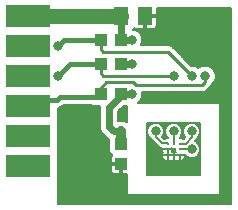
<source format=gtl>
G75*
%MOIN*%
%OFA0B0*%
%FSLAX25Y25*%
%IPPOS*%
%LPD*%
%AMOC8*
5,1,8,0,0,1.08239X$1,22.5*
%
%ADD10R,0.05118X0.06299*%
%ADD11R,0.04252X0.04134*%
%ADD12R,0.15000X0.07600*%
%ADD13C,0.01200*%
%ADD14R,0.03937X0.04331*%
%ADD15C,0.00600*%
%ADD16C,0.00100*%
%ADD17C,0.03175*%
%ADD18C,0.03200*%
%ADD19C,0.02400*%
%ADD20C,0.05000*%
%ADD21C,0.01000*%
%ADD22C,0.01600*%
D10*
X0051563Y0066800D03*
X0059437Y0066800D03*
D11*
X0051500Y0024245D03*
X0051500Y0017355D03*
D12*
X0020500Y0016800D03*
X0020500Y0026800D03*
X0020500Y0036800D03*
X0020500Y0046800D03*
X0020500Y0056800D03*
X0020500Y0066800D03*
D13*
X0067031Y0024269D03*
X0067031Y0022300D03*
X0069000Y0024269D03*
X0070969Y0024269D03*
X0070969Y0022300D03*
X0070969Y0020331D03*
X0069000Y0020331D03*
X0067031Y0020331D03*
D14*
X0051346Y0040800D03*
X0044654Y0040800D03*
X0044654Y0050800D03*
X0051346Y0050800D03*
X0051346Y0058800D03*
X0044654Y0058800D03*
D15*
X0055446Y0062287D02*
X0055924Y0062766D01*
X0056080Y0062610D01*
X0056376Y0062439D01*
X0056707Y0062350D01*
X0059137Y0062350D01*
X0059137Y0066500D01*
X0059737Y0066500D01*
X0059737Y0067100D01*
X0063296Y0067100D01*
X0063296Y0069500D01*
X0088200Y0069500D01*
X0088200Y0004100D01*
X0030500Y0004100D01*
X0030500Y0036100D01*
X0030537Y0036100D01*
X0031529Y0036511D01*
X0032118Y0037100D01*
X0041533Y0037100D01*
X0041898Y0036735D01*
X0044400Y0036735D01*
X0044400Y0029183D01*
X0044872Y0028044D01*
X0045744Y0027172D01*
X0047244Y0025672D01*
X0047474Y0025577D01*
X0047474Y0021391D01*
X0048489Y0020376D01*
X0048334Y0020220D01*
X0048163Y0019924D01*
X0048074Y0019593D01*
X0048074Y0017655D01*
X0051200Y0017655D01*
X0051200Y0017055D01*
X0051800Y0017055D01*
X0051800Y0013988D01*
X0053400Y0013988D01*
X0053400Y0007551D01*
X0053751Y0007200D01*
X0084249Y0007200D01*
X0084600Y0007551D01*
X0084600Y0037549D01*
X0084249Y0037900D01*
X0057032Y0037900D01*
X0057956Y0038825D01*
X0058487Y0040106D01*
X0058487Y0041400D01*
X0078977Y0041400D01*
X0079859Y0041765D01*
X0080535Y0042441D01*
X0081535Y0043441D01*
X0081861Y0044229D01*
X0082456Y0044825D01*
X0082987Y0046106D01*
X0082987Y0047494D01*
X0082456Y0048775D01*
X0081475Y0049756D01*
X0080194Y0050287D01*
X0078806Y0050287D01*
X0077525Y0049756D01*
X0077250Y0049482D01*
X0076975Y0049756D01*
X0075694Y0050287D01*
X0074907Y0050287D01*
X0069035Y0056159D01*
X0068359Y0056835D01*
X0067477Y0057200D01*
X0058112Y0057200D01*
X0058487Y0058106D01*
X0058487Y0059494D01*
X0057956Y0060775D01*
X0056975Y0061756D01*
X0055694Y0062287D01*
X0055446Y0062287D01*
X0055785Y0062250D02*
X0088200Y0062250D01*
X0088200Y0062848D02*
X0063032Y0062848D01*
X0063036Y0062852D02*
X0063207Y0063149D01*
X0063296Y0063479D01*
X0063296Y0066500D01*
X0059737Y0066500D01*
X0059737Y0062350D01*
X0062167Y0062350D01*
X0062498Y0062439D01*
X0062794Y0062610D01*
X0063036Y0062852D01*
X0063287Y0063447D02*
X0088200Y0063447D01*
X0088200Y0064045D02*
X0063296Y0064045D01*
X0063296Y0064644D02*
X0088200Y0064644D01*
X0088200Y0065242D02*
X0063296Y0065242D01*
X0063296Y0065841D02*
X0088200Y0065841D01*
X0088200Y0066439D02*
X0063296Y0066439D01*
X0063296Y0067636D02*
X0088200Y0067636D01*
X0088200Y0067038D02*
X0059737Y0067038D01*
X0059737Y0066439D02*
X0059137Y0066439D01*
X0059137Y0065841D02*
X0059737Y0065841D01*
X0059737Y0065242D02*
X0059137Y0065242D01*
X0059137Y0064644D02*
X0059737Y0064644D01*
X0059737Y0064045D02*
X0059137Y0064045D01*
X0059137Y0063447D02*
X0059737Y0063447D01*
X0059737Y0062848D02*
X0059137Y0062848D01*
X0057679Y0061053D02*
X0088200Y0061053D01*
X0088200Y0061651D02*
X0057081Y0061651D01*
X0058090Y0060454D02*
X0088200Y0060454D01*
X0088200Y0059856D02*
X0058337Y0059856D01*
X0058487Y0059257D02*
X0088200Y0059257D01*
X0088200Y0058659D02*
X0058487Y0058659D01*
X0058468Y0058060D02*
X0088200Y0058060D01*
X0088200Y0057462D02*
X0058220Y0057462D01*
X0068291Y0056863D02*
X0088200Y0056863D01*
X0088200Y0056265D02*
X0068930Y0056265D01*
X0069528Y0055666D02*
X0088200Y0055666D01*
X0088200Y0055068D02*
X0070127Y0055068D01*
X0070725Y0054469D02*
X0088200Y0054469D01*
X0088200Y0053870D02*
X0071324Y0053870D01*
X0071922Y0053272D02*
X0088200Y0053272D01*
X0088200Y0052673D02*
X0072521Y0052673D01*
X0073119Y0052075D02*
X0088200Y0052075D01*
X0088200Y0051476D02*
X0073718Y0051476D01*
X0074316Y0050878D02*
X0088200Y0050878D01*
X0088200Y0050279D02*
X0080213Y0050279D01*
X0078787Y0050279D02*
X0075713Y0050279D01*
X0077051Y0049681D02*
X0077449Y0049681D01*
X0081551Y0049681D02*
X0088200Y0049681D01*
X0088200Y0049082D02*
X0082150Y0049082D01*
X0082577Y0048484D02*
X0088200Y0048484D01*
X0088200Y0047885D02*
X0082825Y0047885D01*
X0082987Y0047287D02*
X0088200Y0047287D01*
X0088200Y0046688D02*
X0082987Y0046688D01*
X0082981Y0046090D02*
X0088200Y0046090D01*
X0088200Y0045491D02*
X0082733Y0045491D01*
X0082485Y0044893D02*
X0088200Y0044893D01*
X0088200Y0044294D02*
X0081926Y0044294D01*
X0081640Y0043696D02*
X0088200Y0043696D01*
X0088200Y0043097D02*
X0081191Y0043097D01*
X0080593Y0042499D02*
X0088200Y0042499D01*
X0088200Y0041900D02*
X0079994Y0041900D01*
X0080535Y0042441D02*
X0080535Y0042441D01*
X0084438Y0037711D02*
X0088200Y0037711D01*
X0088200Y0038309D02*
X0057441Y0038309D01*
X0057991Y0038908D02*
X0088200Y0038908D01*
X0088200Y0039506D02*
X0058239Y0039506D01*
X0058487Y0040105D02*
X0088200Y0040105D01*
X0088200Y0040703D02*
X0058487Y0040703D01*
X0058487Y0041302D02*
X0088200Y0041302D01*
X0088200Y0037112D02*
X0084600Y0037112D01*
X0084600Y0036514D02*
X0088200Y0036514D01*
X0088200Y0035915D02*
X0084600Y0035915D01*
X0084600Y0035317D02*
X0088200Y0035317D01*
X0088200Y0034718D02*
X0084600Y0034718D01*
X0084600Y0034120D02*
X0088200Y0034120D01*
X0088200Y0033521D02*
X0084600Y0033521D01*
X0084600Y0032923D02*
X0088200Y0032923D01*
X0088200Y0032324D02*
X0084600Y0032324D01*
X0084600Y0031726D02*
X0088200Y0031726D01*
X0088200Y0031127D02*
X0084600Y0031127D01*
X0084600Y0030529D02*
X0088200Y0030529D01*
X0088200Y0029930D02*
X0084600Y0029930D01*
X0084600Y0029332D02*
X0088200Y0029332D01*
X0088200Y0028733D02*
X0084600Y0028733D01*
X0084600Y0028134D02*
X0088200Y0028134D01*
X0088200Y0027536D02*
X0084600Y0027536D01*
X0084600Y0026937D02*
X0088200Y0026937D01*
X0088200Y0026339D02*
X0084600Y0026339D01*
X0084600Y0025740D02*
X0088200Y0025740D01*
X0088200Y0025142D02*
X0084600Y0025142D01*
X0084600Y0024543D02*
X0088200Y0024543D01*
X0088200Y0023945D02*
X0084600Y0023945D01*
X0084600Y0023346D02*
X0088200Y0023346D01*
X0088200Y0022748D02*
X0084600Y0022748D01*
X0084600Y0022149D02*
X0088200Y0022149D01*
X0088200Y0021551D02*
X0084600Y0021551D01*
X0084600Y0020952D02*
X0088200Y0020952D01*
X0088200Y0020354D02*
X0084600Y0020354D01*
X0084600Y0019755D02*
X0088200Y0019755D01*
X0088200Y0019157D02*
X0084600Y0019157D01*
X0084600Y0018558D02*
X0088200Y0018558D01*
X0088200Y0017960D02*
X0084600Y0017960D01*
X0084600Y0017361D02*
X0088200Y0017361D01*
X0088200Y0016763D02*
X0084600Y0016763D01*
X0084600Y0016164D02*
X0088200Y0016164D01*
X0088200Y0015566D02*
X0084600Y0015566D01*
X0084600Y0014967D02*
X0088200Y0014967D01*
X0088200Y0014369D02*
X0084600Y0014369D01*
X0084600Y0013770D02*
X0088200Y0013770D01*
X0088200Y0013172D02*
X0084600Y0013172D01*
X0084600Y0012573D02*
X0088200Y0012573D01*
X0088200Y0011975D02*
X0084600Y0011975D01*
X0084600Y0011376D02*
X0088200Y0011376D01*
X0088200Y0010778D02*
X0084600Y0010778D01*
X0084600Y0010179D02*
X0088200Y0010179D01*
X0088200Y0009581D02*
X0084600Y0009581D01*
X0084600Y0008982D02*
X0088200Y0008982D01*
X0088200Y0008384D02*
X0084600Y0008384D01*
X0084600Y0007785D02*
X0088200Y0007785D01*
X0088200Y0007187D02*
X0030500Y0007187D01*
X0030500Y0007785D02*
X0053400Y0007785D01*
X0053400Y0008384D02*
X0030500Y0008384D01*
X0030500Y0008982D02*
X0053400Y0008982D01*
X0053400Y0009581D02*
X0030500Y0009581D01*
X0030500Y0010179D02*
X0053400Y0010179D01*
X0053400Y0010778D02*
X0030500Y0010778D01*
X0030500Y0011376D02*
X0053400Y0011376D01*
X0053400Y0011975D02*
X0030500Y0011975D01*
X0030500Y0012573D02*
X0053400Y0012573D01*
X0053400Y0013172D02*
X0030500Y0013172D01*
X0030500Y0013770D02*
X0053400Y0013770D01*
X0051800Y0014369D02*
X0051200Y0014369D01*
X0051200Y0013988D02*
X0051200Y0017055D01*
X0048074Y0017055D01*
X0048074Y0015117D01*
X0048163Y0014786D01*
X0048334Y0014490D01*
X0048576Y0014248D01*
X0048872Y0014077D01*
X0049203Y0013988D01*
X0051200Y0013988D01*
X0051200Y0014967D02*
X0051800Y0014967D01*
X0051800Y0015566D02*
X0051200Y0015566D01*
X0051200Y0016164D02*
X0051800Y0016164D01*
X0051800Y0016763D02*
X0051200Y0016763D01*
X0051200Y0017361D02*
X0030500Y0017361D01*
X0030500Y0016763D02*
X0048074Y0016763D01*
X0048074Y0016164D02*
X0030500Y0016164D01*
X0030500Y0015566D02*
X0048074Y0015566D01*
X0048114Y0014967D02*
X0030500Y0014967D01*
X0030500Y0014369D02*
X0048455Y0014369D01*
X0048074Y0017960D02*
X0030500Y0017960D01*
X0030500Y0018558D02*
X0048074Y0018558D01*
X0048074Y0019157D02*
X0030500Y0019157D01*
X0030500Y0019755D02*
X0048117Y0019755D01*
X0048467Y0020354D02*
X0030500Y0020354D01*
X0030500Y0020952D02*
X0047913Y0020952D01*
X0047474Y0021551D02*
X0030500Y0021551D01*
X0030500Y0022149D02*
X0047474Y0022149D01*
X0047474Y0022748D02*
X0030500Y0022748D01*
X0030500Y0023346D02*
X0047474Y0023346D01*
X0047474Y0023945D02*
X0030500Y0023945D01*
X0030500Y0024543D02*
X0047474Y0024543D01*
X0047474Y0025142D02*
X0030500Y0025142D01*
X0030500Y0025740D02*
X0047175Y0025740D01*
X0046577Y0026339D02*
X0030500Y0026339D01*
X0030500Y0026937D02*
X0045978Y0026937D01*
X0045744Y0027172D02*
X0045744Y0027172D01*
X0045380Y0027536D02*
X0030500Y0027536D01*
X0030500Y0028134D02*
X0044834Y0028134D01*
X0044587Y0028733D02*
X0030500Y0028733D01*
X0030500Y0029332D02*
X0044400Y0029332D01*
X0044400Y0029930D02*
X0030500Y0029930D01*
X0030500Y0030529D02*
X0044400Y0030529D01*
X0044400Y0031127D02*
X0030500Y0031127D01*
X0030500Y0031726D02*
X0044400Y0031726D01*
X0044400Y0032324D02*
X0030500Y0032324D01*
X0030500Y0032923D02*
X0044400Y0032923D01*
X0044400Y0033521D02*
X0030500Y0033521D01*
X0030500Y0034120D02*
X0044400Y0034120D01*
X0044400Y0034718D02*
X0030500Y0034718D01*
X0030500Y0035317D02*
X0044400Y0035317D01*
X0044400Y0035915D02*
X0030500Y0035915D01*
X0031532Y0036514D02*
X0044400Y0036514D01*
X0050600Y0035016D02*
X0050600Y0031716D01*
X0050804Y0031800D01*
X0052196Y0031800D01*
X0053400Y0031301D01*
X0053400Y0036735D01*
X0052319Y0036735D01*
X0050600Y0035016D01*
X0050600Y0034718D02*
X0053400Y0034718D01*
X0053400Y0034120D02*
X0050600Y0034120D01*
X0050600Y0033521D02*
X0053400Y0033521D01*
X0053400Y0032923D02*
X0050600Y0032923D01*
X0050600Y0032324D02*
X0053400Y0032324D01*
X0053400Y0031726D02*
X0052376Y0031726D01*
X0050624Y0031726D02*
X0050600Y0031726D01*
X0050901Y0035317D02*
X0053400Y0035317D01*
X0053400Y0035915D02*
X0051499Y0035915D01*
X0052098Y0036514D02*
X0053400Y0036514D01*
X0060100Y0031200D02*
X0077900Y0031200D01*
X0077900Y0013900D01*
X0077900Y0020268D01*
X0076975Y0019344D01*
X0075694Y0018813D01*
X0074306Y0018813D01*
X0073025Y0019344D01*
X0072746Y0019623D01*
X0072739Y0019598D01*
X0072489Y0019165D01*
X0072135Y0018811D01*
X0071702Y0018561D01*
X0071219Y0018431D01*
X0070969Y0018431D01*
X0070969Y0019800D01*
X0070968Y0019800D01*
X0070968Y0018431D01*
X0070718Y0018431D01*
X0070235Y0018561D01*
X0069984Y0018706D01*
X0069733Y0018561D01*
X0069250Y0018431D01*
X0069000Y0018431D01*
X0069000Y0020331D01*
X0069000Y0020331D01*
X0069000Y0018431D01*
X0069250Y0018431D01*
X0069733Y0018561D01*
X0069984Y0018706D01*
X0070235Y0018561D01*
X0070718Y0018431D01*
X0070968Y0018431D01*
X0070968Y0020331D01*
X0070969Y0020331D01*
X0070969Y0020332D01*
X0072868Y0020332D01*
X0072868Y0020348D01*
X0073364Y0019852D01*
X0074426Y0019413D01*
X0075574Y0019413D01*
X0076636Y0019852D01*
X0077448Y0020664D01*
X0077887Y0021726D01*
X0077887Y0022874D01*
X0077448Y0023936D01*
X0076636Y0024748D01*
X0075981Y0025019D01*
X0076600Y0025637D01*
X0076600Y0025837D01*
X0076636Y0025852D01*
X0077448Y0026664D01*
X0077887Y0027726D01*
X0077887Y0028874D01*
X0077448Y0029936D01*
X0076636Y0030748D01*
X0075574Y0031187D01*
X0074426Y0031187D01*
X0073364Y0030748D01*
X0072552Y0029936D01*
X0072113Y0028874D01*
X0072113Y0027726D01*
X0072552Y0026664D01*
X0072827Y0026390D01*
X0072306Y0025868D01*
X0072055Y0025868D01*
X0071755Y0026168D01*
X0070952Y0026168D01*
X0071448Y0026664D01*
X0071887Y0027726D01*
X0071887Y0028874D01*
X0071448Y0029936D01*
X0070636Y0030748D01*
X0069574Y0031187D01*
X0068426Y0031187D01*
X0067364Y0030748D01*
X0066552Y0029936D01*
X0066113Y0028874D01*
X0066113Y0027726D01*
X0066552Y0026664D01*
X0067048Y0026168D01*
X0066244Y0026168D01*
X0065976Y0025900D01*
X0065663Y0025900D01*
X0065173Y0026390D01*
X0065448Y0026664D01*
X0065887Y0027726D01*
X0065887Y0028874D01*
X0065448Y0029936D01*
X0064636Y0030748D01*
X0063574Y0031187D01*
X0062426Y0031187D01*
X0061364Y0030748D01*
X0060552Y0029936D01*
X0060113Y0028874D01*
X0060113Y0027726D01*
X0060552Y0026664D01*
X0061364Y0025852D01*
X0061400Y0025837D01*
X0061400Y0025637D01*
X0062337Y0024700D01*
X0064337Y0022700D01*
X0065172Y0022700D01*
X0065131Y0022550D01*
X0065131Y0022300D01*
X0065131Y0022050D01*
X0065261Y0021567D01*
X0065406Y0021316D01*
X0065261Y0021065D01*
X0065131Y0020582D01*
X0065131Y0020332D01*
X0067031Y0020332D01*
X0067031Y0021769D01*
X0067032Y0021769D01*
X0067032Y0020400D01*
X0067032Y0020332D01*
X0067031Y0020332D01*
X0067031Y0022300D01*
X0065131Y0022300D01*
X0067031Y0022300D01*
X0067031Y0022300D01*
X0067032Y0022300D01*
X0068931Y0022300D01*
X0068931Y0022369D01*
X0069069Y0022369D01*
X0069069Y0022231D01*
X0069000Y0022231D01*
X0069000Y0020332D01*
X0069000Y0022231D01*
X0068931Y0022231D01*
X0068931Y0022300D01*
X0067032Y0022300D01*
X0067032Y0022300D01*
X0067032Y0020400D01*
X0067032Y0020332D01*
X0069000Y0020332D01*
X0069000Y0020332D01*
X0069000Y0020331D01*
X0069000Y0018431D01*
X0068750Y0018431D01*
X0068267Y0018561D01*
X0068016Y0018706D01*
X0067765Y0018561D01*
X0067282Y0018431D01*
X0067032Y0018431D01*
X0067032Y0020331D01*
X0067032Y0020332D01*
X0067031Y0020332D01*
X0067031Y0020331D01*
X0067032Y0020331D01*
X0067100Y0020331D01*
X0069000Y0020331D01*
X0069000Y0020331D01*
X0069000Y0018431D01*
X0068750Y0018431D01*
X0068267Y0018561D01*
X0068016Y0018706D01*
X0067765Y0018561D01*
X0067282Y0018431D01*
X0067032Y0018431D01*
X0067032Y0020331D01*
X0067032Y0020332D01*
X0069000Y0020332D01*
X0069000Y0020331D01*
X0067100Y0020331D01*
X0067032Y0020331D01*
X0067031Y0020331D01*
X0067031Y0018431D01*
X0066781Y0018431D01*
X0066298Y0018561D01*
X0065865Y0018811D01*
X0065511Y0019165D01*
X0065261Y0019598D01*
X0065131Y0020081D01*
X0065131Y0020331D01*
X0067031Y0020331D01*
X0067031Y0018431D01*
X0066781Y0018431D01*
X0066298Y0018561D01*
X0065865Y0018811D01*
X0065511Y0019165D01*
X0065261Y0019598D01*
X0065131Y0020081D01*
X0065131Y0020331D01*
X0067031Y0020331D01*
X0067031Y0020332D01*
X0065131Y0020332D01*
X0065131Y0020582D01*
X0065261Y0021065D01*
X0065406Y0021316D01*
X0065261Y0021567D01*
X0065131Y0022050D01*
X0065131Y0022100D01*
X0064089Y0022100D01*
X0062089Y0024100D01*
X0060800Y0025389D01*
X0060800Y0025568D01*
X0060100Y0026268D01*
X0060100Y0022051D01*
X0060099Y0022050D01*
X0060100Y0022049D01*
X0060100Y0013900D01*
X0077900Y0013900D01*
X0060100Y0013900D01*
X0060100Y0022049D01*
X0060099Y0022050D01*
X0060100Y0022051D01*
X0060100Y0031200D01*
X0060100Y0031127D02*
X0062280Y0031127D01*
X0061145Y0030529D02*
X0060100Y0030529D01*
X0060100Y0029930D02*
X0060550Y0029930D01*
X0060302Y0029332D02*
X0060100Y0029332D01*
X0060100Y0028733D02*
X0060113Y0028733D01*
X0060100Y0028134D02*
X0060113Y0028134D01*
X0060100Y0027536D02*
X0060191Y0027536D01*
X0060100Y0026937D02*
X0060439Y0026937D01*
X0060100Y0026339D02*
X0060878Y0026339D01*
X0060628Y0025740D02*
X0060100Y0025740D01*
X0061400Y0025740D01*
X0061047Y0025142D02*
X0060100Y0025142D01*
X0061895Y0025142D01*
X0061645Y0024543D02*
X0060100Y0024543D01*
X0062494Y0024543D01*
X0062244Y0023945D02*
X0060100Y0023945D01*
X0063092Y0023945D01*
X0062842Y0023346D02*
X0060100Y0023346D01*
X0063691Y0023346D01*
X0063441Y0022748D02*
X0060100Y0022748D01*
X0064289Y0022748D01*
X0064039Y0022149D02*
X0060100Y0022149D01*
X0065131Y0022149D01*
X0065270Y0021551D02*
X0060100Y0021551D01*
X0065270Y0021551D01*
X0065231Y0020952D02*
X0060100Y0020952D01*
X0065231Y0020952D01*
X0065131Y0020354D02*
X0060100Y0020354D01*
X0065131Y0020354D01*
X0065219Y0019755D02*
X0060100Y0019755D01*
X0065219Y0019755D01*
X0065519Y0019157D02*
X0060100Y0019157D01*
X0065519Y0019157D01*
X0066308Y0018558D02*
X0060100Y0018558D01*
X0066308Y0018558D01*
X0067031Y0018558D02*
X0067032Y0018558D01*
X0067031Y0018558D01*
X0067031Y0019157D02*
X0067032Y0019157D01*
X0067031Y0019157D01*
X0067031Y0019755D02*
X0067032Y0019755D01*
X0067031Y0019755D01*
X0067031Y0020354D02*
X0067032Y0020354D01*
X0067031Y0020354D01*
X0067031Y0020952D02*
X0067032Y0020952D01*
X0067031Y0020952D01*
X0067031Y0021551D02*
X0067032Y0021551D01*
X0067031Y0021551D01*
X0067031Y0022149D02*
X0067032Y0022149D01*
X0067031Y0022300D02*
X0069000Y0022300D01*
X0069000Y0022149D02*
X0069000Y0022149D01*
X0069000Y0021551D02*
X0069000Y0021551D01*
X0069000Y0020952D02*
X0069000Y0020952D01*
X0069000Y0020354D02*
X0069000Y0020354D01*
X0069000Y0020332D02*
X0070968Y0020332D01*
X0070968Y0020331D01*
X0070900Y0020331D01*
X0069000Y0020331D01*
X0069000Y0020332D01*
X0069000Y0019755D02*
X0069000Y0019755D01*
X0069000Y0019755D01*
X0069000Y0019157D02*
X0069000Y0019157D01*
X0069000Y0019157D01*
X0069000Y0018558D02*
X0069000Y0018558D01*
X0069000Y0018558D01*
X0069723Y0018558D02*
X0070245Y0018558D01*
X0069723Y0018558D01*
X0070968Y0018558D02*
X0070969Y0018558D01*
X0070968Y0018558D01*
X0070969Y0018431D02*
X0071219Y0018431D01*
X0071702Y0018561D01*
X0072135Y0018811D01*
X0072489Y0019165D01*
X0072739Y0019598D01*
X0072868Y0020081D01*
X0072868Y0020331D01*
X0070969Y0020331D01*
X0070969Y0018431D01*
X0070968Y0019157D02*
X0070969Y0019157D01*
X0070968Y0019157D01*
X0070968Y0019755D02*
X0070969Y0019755D01*
X0070968Y0019755D01*
X0071692Y0018558D02*
X0077900Y0018558D01*
X0071692Y0018558D01*
X0072481Y0019157D02*
X0073475Y0019157D01*
X0073598Y0019755D02*
X0072781Y0019755D01*
X0072481Y0019157D02*
X0077900Y0019157D01*
X0076525Y0019157D01*
X0076402Y0019755D02*
X0077900Y0019755D01*
X0077387Y0019755D01*
X0077137Y0020354D02*
X0077900Y0020354D01*
X0077900Y0020952D02*
X0077567Y0020952D01*
X0077815Y0021551D02*
X0077900Y0021551D01*
X0077887Y0022149D02*
X0077900Y0022149D01*
X0077887Y0022748D02*
X0077900Y0022748D01*
X0077900Y0023346D02*
X0077692Y0023346D01*
X0077900Y0023945D02*
X0077438Y0023945D01*
X0077900Y0024543D02*
X0076840Y0024543D01*
X0076105Y0025142D02*
X0077900Y0025142D01*
X0077900Y0025740D02*
X0076600Y0025740D01*
X0077122Y0026339D02*
X0077900Y0026339D01*
X0077900Y0026937D02*
X0077561Y0026937D01*
X0077809Y0027536D02*
X0077900Y0027536D01*
X0077887Y0028134D02*
X0077900Y0028134D01*
X0077887Y0028733D02*
X0077900Y0028733D01*
X0077900Y0029332D02*
X0077698Y0029332D01*
X0077900Y0029930D02*
X0077450Y0029930D01*
X0077900Y0030529D02*
X0076855Y0030529D01*
X0077900Y0031127D02*
X0075720Y0031127D01*
X0074280Y0031127D02*
X0069720Y0031127D01*
X0070855Y0030529D02*
X0073145Y0030529D01*
X0072550Y0029930D02*
X0071450Y0029930D01*
X0071698Y0029332D02*
X0072302Y0029332D01*
X0072113Y0028733D02*
X0071887Y0028733D01*
X0071887Y0028134D02*
X0072113Y0028134D01*
X0072191Y0027536D02*
X0071809Y0027536D01*
X0071561Y0026937D02*
X0072439Y0026937D01*
X0072776Y0026339D02*
X0071122Y0026339D01*
X0070969Y0024269D02*
X0072969Y0024269D01*
X0075000Y0026300D01*
X0075000Y0028300D01*
X0069000Y0028300D02*
X0069000Y0024269D01*
X0067031Y0024269D02*
X0067031Y0024300D01*
X0065000Y0024300D01*
X0063000Y0026300D01*
X0063000Y0028300D01*
X0065450Y0029930D02*
X0066550Y0029930D01*
X0066302Y0029332D02*
X0065698Y0029332D01*
X0065887Y0028733D02*
X0066113Y0028733D01*
X0066113Y0028134D02*
X0065887Y0028134D01*
X0065809Y0027536D02*
X0066191Y0027536D01*
X0066439Y0026937D02*
X0065561Y0026937D01*
X0065224Y0026339D02*
X0066878Y0026339D01*
X0070969Y0022300D02*
X0075000Y0022300D01*
X0077900Y0017960D02*
X0060100Y0017960D01*
X0077900Y0017960D01*
X0077900Y0017361D02*
X0060100Y0017361D01*
X0077900Y0017361D01*
X0077900Y0016763D02*
X0060100Y0016763D01*
X0077900Y0016763D01*
X0077900Y0016164D02*
X0060100Y0016164D01*
X0077900Y0016164D01*
X0077900Y0015566D02*
X0060100Y0015566D01*
X0077900Y0015566D01*
X0077900Y0014967D02*
X0060100Y0014967D01*
X0077900Y0014967D01*
X0077900Y0014369D02*
X0060100Y0014369D01*
X0077900Y0014369D01*
X0068277Y0018558D02*
X0067755Y0018558D01*
X0068277Y0018558D01*
X0067145Y0030529D02*
X0064855Y0030529D01*
X0063720Y0031127D02*
X0068280Y0031127D01*
X0088200Y0006588D02*
X0030500Y0006588D01*
X0030500Y0005990D02*
X0088200Y0005990D01*
X0088200Y0005391D02*
X0030500Y0005391D01*
X0030500Y0004793D02*
X0088200Y0004793D01*
X0088200Y0004194D02*
X0030500Y0004194D01*
X0063296Y0068235D02*
X0088200Y0068235D01*
X0088200Y0068833D02*
X0063296Y0068833D01*
X0063296Y0069432D02*
X0088200Y0069432D01*
D16*
X0069519Y0022819D02*
X0068399Y0022819D01*
X0068250Y0022968D01*
X0068250Y0021550D01*
X0069668Y0021550D01*
X0069519Y0021699D01*
X0068250Y0021699D01*
X0068250Y0021601D02*
X0069617Y0021601D01*
X0069519Y0021699D02*
X0069519Y0022819D01*
X0069519Y0022783D02*
X0068250Y0022783D01*
X0068250Y0022881D02*
X0068336Y0022881D01*
X0068250Y0022684D02*
X0069519Y0022684D01*
X0069519Y0022586D02*
X0068250Y0022586D01*
X0068250Y0022487D02*
X0069519Y0022487D01*
X0069519Y0022389D02*
X0068250Y0022389D01*
X0068250Y0022290D02*
X0069519Y0022290D01*
X0069519Y0022192D02*
X0068250Y0022192D01*
X0068250Y0022093D02*
X0069519Y0022093D01*
X0069519Y0021995D02*
X0068250Y0021995D01*
X0068250Y0021896D02*
X0069519Y0021896D01*
X0069519Y0021798D02*
X0068250Y0021798D01*
D17*
X0063000Y0022300D03*
X0063000Y0016300D03*
X0069000Y0016300D03*
X0075000Y0016300D03*
X0075000Y0022300D03*
X0075000Y0028300D03*
X0069000Y0028300D03*
X0063000Y0028300D03*
X0052000Y0034300D03*
X0051500Y0028300D03*
X0046500Y0017300D03*
X0051500Y0012300D03*
X0052000Y0005800D03*
X0069000Y0005800D03*
X0086500Y0005800D03*
X0086500Y0022300D03*
X0086500Y0038800D03*
X0079500Y0046800D03*
X0075000Y0046800D03*
X0069000Y0046800D03*
X0066000Y0039300D03*
X0060000Y0039300D03*
X0055000Y0040800D03*
X0055000Y0050800D03*
X0055000Y0058800D03*
X0065000Y0063800D03*
X0065000Y0067800D03*
X0030500Y0056800D03*
X0030500Y0046800D03*
D18*
X0051500Y0028300D02*
X0051500Y0024245D01*
D19*
X0051500Y0028300D02*
X0049000Y0028300D01*
X0047500Y0029800D01*
X0047500Y0036300D01*
X0051346Y0040146D01*
X0051346Y0040800D01*
X0055000Y0040800D01*
X0055000Y0050800D02*
X0051346Y0050800D01*
X0051346Y0058800D02*
X0055000Y0058800D01*
X0051346Y0058800D02*
X0051346Y0066583D01*
X0051563Y0066800D01*
D20*
X0020500Y0066800D01*
D21*
X0044654Y0058800D02*
X0044654Y0055646D01*
X0045500Y0054800D01*
X0067000Y0054800D01*
X0075000Y0046800D01*
X0078500Y0043800D02*
X0056500Y0043800D01*
X0055500Y0044800D01*
X0046500Y0044800D01*
X0044654Y0042954D01*
X0044654Y0040800D01*
X0045500Y0046800D02*
X0044654Y0047646D01*
X0044654Y0050800D01*
X0045500Y0046800D02*
X0069000Y0046800D01*
X0078500Y0043800D02*
X0079500Y0044800D01*
X0079500Y0046800D01*
D22*
X0044654Y0050800D02*
X0034500Y0050800D01*
X0030500Y0046800D01*
X0031000Y0039800D02*
X0030000Y0038800D01*
X0022500Y0038800D01*
X0020500Y0036800D01*
X0031000Y0039800D02*
X0043654Y0039800D01*
X0044654Y0040800D01*
X0030500Y0056800D02*
X0032500Y0058800D01*
X0044654Y0058800D01*
M02*

</source>
